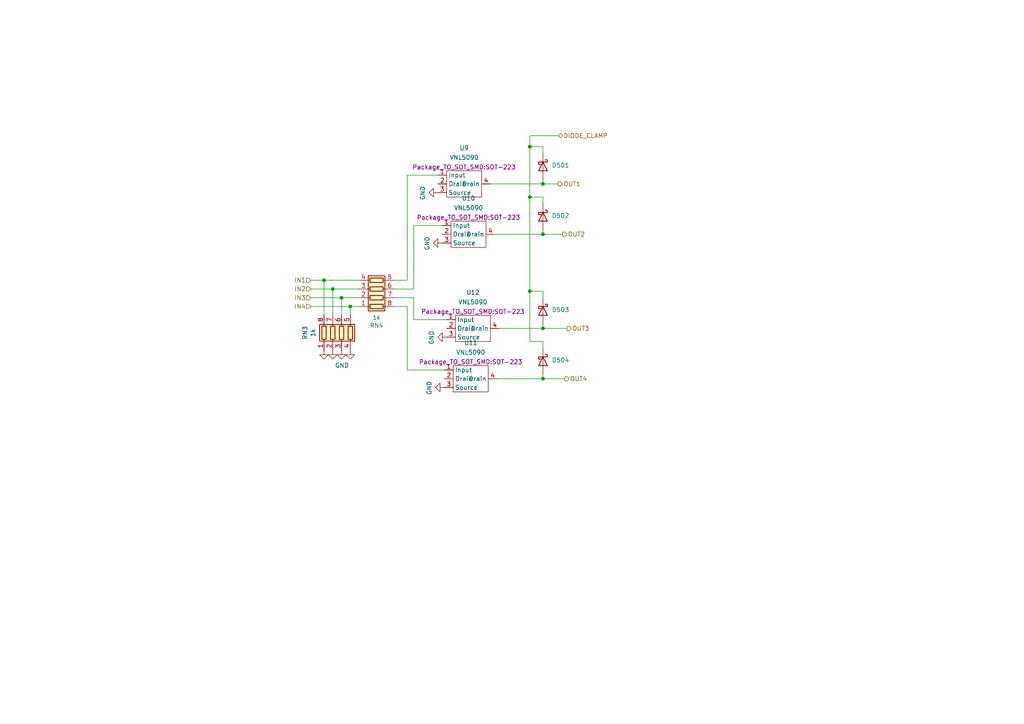
<source format=kicad_sch>
(kicad_sch (version 20230121) (generator eeschema)
  (paper "A4")
  (title_block (title "Polygonus Universal 88p") (date "2023-11-12") (rev "v1.0") (company "FutureProofPerformance.com"))
  (lib_symbols
    (symbol "Device:D_Schottky" (pin_numbers hide) (pin_names (offset 1.016) hide)
      (property "Reference" "D" (at 0 2.54 0))
      (property "Value" "D_Schottky" (at 0 -2.54 0))
      (symbol "D_Schottky_0_1"
        (polyline (pts (xy 1.27 0) (xy -1.27 0)))
        (polyline (pts (xy 1.27 1.27) (xy 1.27 -1.27) (xy -1.27 0) (xy 1.27 1.27)) (stroke (width 0.254)))
        (polyline (pts (xy -1.905 0.635) (xy -1.905 1.27) (xy -1.27 1.27) (xy -1.27 -1.27) (xy -0.635 -1.27) (xy -0.635 -0.635)) (stroke (width 0.254)))
      )
      (symbol "D_Schottky_1_1"
        (pin passive line (at -3.81 0 0) (length 2.54) (name "K") (number "1"))
        (pin passive line (at 3.81 0 180) (length 2.54) (name "A") (number "2"))
      )
    )
    (symbol "Device:R_Pack04" (pin_names (offset 0) hide)
      (property "Reference" "RN" (at -7.62 0 90))
      (property "Value" "R_Pack04" (at 5.08 0 90))
      (symbol "R_Pack04_0_1"
        (rectangle (start -6.35 -2.413) (end 3.81 2.413) (stroke (width 0.254)) (fill (type background)))
        (rectangle (start -5.715 1.905) (end -4.445 -1.905) (stroke (width 0.254)))
        (rectangle (start -3.175 1.905) (end -1.905 -1.905) (stroke (width 0.254)))
        (rectangle (start -0.635 1.905) (end 0.635 -1.905) (stroke (width 0.254)))
        (polyline (pts (xy -5.08 -2.54) (xy -5.08 -1.905)))
        (polyline (pts (xy -5.08 1.905) (xy -5.08 2.54)))
        (polyline (pts (xy -2.54 -2.54) (xy -2.54 -1.905)))
        (polyline (pts (xy -2.54 1.905) (xy -2.54 2.54)))
        (polyline (pts (xy 0 -2.54) (xy 0 -1.905)))
        (polyline (pts (xy 0 1.905) (xy 0 2.54)))
        (polyline (pts (xy 2.54 -2.54) (xy 2.54 -1.905)))
        (polyline (pts (xy 2.54 1.905) (xy 2.54 2.54)))
        (rectangle (start 1.905 1.905) (end 3.175 -1.905) (stroke (width 0.254)))
      )
      (symbol "R_Pack04_1_1"
        (pin passive line (at -5.08 -5.08 90) (length 2.54) (name "R1.1") (number "1"))
        (pin passive line (at -2.54 -5.08 90) (length 2.54) (name "R2.1") (number "2"))
        (pin passive line (at 0 -5.08 90) (length 2.54) (name "R3.1") (number "3"))
        (pin passive line (at 2.54 -5.08 90) (length 2.54) (name "R4.1") (number "4"))
        (pin passive line (at 2.54 5.08 270) (length 2.54) (name "R4.2") (number "5"))
        (pin passive line (at 0 5.08 270) (length 2.54) (name "R3.2") (number "6"))
        (pin passive line (at -2.54 5.08 270) (length 2.54) (name "R2.2") (number "7"))
        (pin passive line (at -5.08 5.08 270) (length 2.54) (name "R1.2") (number "8"))
      )
    )
    (symbol "Simon:VNL5090"
      (property "Reference" "U22" (at 6.1081 0.0001 0))
      (property "Value" "VNL5090" (at 6.1081 -2.5399 0))
      (property "Footprint" "Package_TO_SOT_SMD:SOT-223" (at 6.1081 -5.0799 0))
      (symbol "VNL5090_0_1"
        (rectangle (start -5.08 1.27) (end 5.08 -6.35))
      )
      (symbol "VNL5090_1_1"
        (pin input line (at -7.62 0 0) (length 2.54) (name "Input") (number "1"))
        (pin input line (at -7.62 -2.54 0) (length 2.54) (name "Drain") (number "2"))
        (pin input line (at -7.62 -5.08 0) (length 2.54) (name "Source") (number "3"))
        (pin output line (at 7.62 -2.54 180) (length 2.54) (name "Drain") (number "4"))
      )
    )
    (symbol "power:GND" (power) (pin_names (offset 0))
      (property "Value" "GND" (at 0 -3.81 0))
      (symbol "GND_0_1"
        (polyline (pts (xy 0 0) (xy 0 -1.27) (xy 1.27 -1.27) (xy 0 -2.54) (xy -1.27 -1.27) (xy 0 -1.27)))
      )
      (symbol "GND_1_1"
        (pin power_in line (at 0 0 270) (length 0) hide (name "GND") (number "1"))
      )
    )
  )
  (junction (at 99.06 86.36))
  (junction (at 101.6 88.9))
  (junction (at 157.48 67.945))
  (junction (at 157.48 53.34))
  (junction (at 153.67 42.545))
  (junction (at 93.98 81.28))
  (junction (at 96.52 83.82))
  (junction (at 153.67 57.15))
  (junction (at 157.48 95.25))
  (junction (at 153.67 84.455))
  (junction (at 157.48 109.855))
  (wire (pts (xy 90.17 88.9) (xy 101.6 88.9)))
  (wire (pts (xy 163.195 67.945) (xy 157.48 67.945)))
  (wire (pts (xy 161.925 53.34) (xy 157.48 53.34)))
  (wire (pts (xy 129.54 92.71) (xy 120.015 92.71)))
  (wire (pts (xy 90.17 83.82) (xy 96.52 83.82)))
  (wire (pts (xy 118.11 107.315) (xy 128.905 107.315)))
  (wire (pts (xy 157.48 57.15) (xy 153.67 57.15)))
  (wire (pts (xy 161.925 39.37) (xy 153.67 39.37)))
  (wire (pts (xy 90.17 86.36) (xy 99.06 86.36)))
  (wire (pts (xy 164.465 95.25) (xy 157.48 95.25)))
  (wire (pts (xy 157.48 42.545) (xy 153.67 42.545)))
  (wire (pts (xy 114.3 88.9) (xy 118.11 88.9)))
  (wire (pts (xy 153.67 42.545) (xy 153.67 57.15)))
  (wire (pts (xy 127 50.8) (xy 118.11 50.8)))
  (wire (pts (xy 157.48 59.055) (xy 157.48 57.15)))
  (wire (pts (xy 104.14 86.36) (xy 99.06 86.36)))
  (wire (pts (xy 157.48 52.07) (xy 157.48 53.34)))
  (wire (pts (xy 90.17 81.28) (xy 93.98 81.28)))
  (wire (pts (xy 157.48 108.585) (xy 157.48 109.855)))
  (wire (pts (xy 104.14 81.28) (xy 93.98 81.28)))
  (wire (pts (xy 163.83 109.855) (xy 157.48 109.855)))
  (wire (pts (xy 157.48 66.675) (xy 157.48 67.945)))
  (wire (pts (xy 157.48 100.965) (xy 157.48 99.06)))
  (wire (pts (xy 96.52 83.82) (xy 104.14 83.82)))
  (wire (pts (xy 114.3 83.82) (xy 120.015 83.82)))
  (wire (pts (xy 153.67 39.37) (xy 153.67 42.545)))
  (wire (pts (xy 118.11 50.8) (xy 118.11 81.28)))
  (wire (pts (xy 153.67 84.455) (xy 153.67 99.06)))
  (wire (pts (xy 96.52 91.44) (xy 96.52 83.82)))
  (wire (pts (xy 157.48 93.98) (xy 157.48 95.25)))
  (wire (pts (xy 101.6 91.44) (xy 101.6 88.9)))
  (wire (pts (xy 157.48 44.45) (xy 157.48 42.545)))
  (wire (pts (xy 93.98 81.28) (xy 93.98 91.44)))
  (wire (pts (xy 157.48 109.855) (xy 144.145 109.855)))
  (wire (pts (xy 153.67 57.15) (xy 153.67 84.455)))
  (wire (pts (xy 99.06 86.36) (xy 99.06 91.44)))
  (wire (pts (xy 114.3 86.36) (xy 120.015 86.36)))
  (wire (pts (xy 157.48 67.945) (xy 143.51 67.945)))
  (wire (pts (xy 120.015 86.36) (xy 120.015 92.71)))
  (wire (pts (xy 120.015 65.405) (xy 128.27 65.405)))
  (wire (pts (xy 157.48 99.06) (xy 153.67 99.06)))
  (wire (pts (xy 114.3 81.28) (xy 118.11 81.28)))
  (wire (pts (xy 101.6 88.9) (xy 104.14 88.9)))
  (wire (pts (xy 157.48 86.36) (xy 157.48 84.455)))
  (wire (pts (xy 118.11 88.9) (xy 118.11 107.315)))
  (wire (pts (xy 157.48 53.34) (xy 142.24 53.34)))
  (wire (pts (xy 120.015 65.405) (xy 120.015 83.82)))
  (wire (pts (xy 157.48 95.25) (xy 144.78 95.25)))
  (wire (pts (xy 157.48 84.455) (xy 153.67 84.455)))
  (hierarchical_label "OUT4" (shape output) (at 163.83 109.855 0))
  (hierarchical_label "IN2" (shape input) (at 90.17 83.82 180))
  (hierarchical_label "IN4" (shape input) (at 90.17 88.9 180))
  (hierarchical_label "OUT3" (shape output) (at 164.465 95.25 0))
  (hierarchical_label "IN3" (shape input) (at 90.17 86.36 180))
  (hierarchical_label "IN1" (shape input) (at 90.17 81.28 180))
  (hierarchical_label "DIODE_CLAMP" (shape bidirectional) (at 161.925 39.37 0))
  (hierarchical_label "OUT2" (shape output) (at 163.195 67.945 0))
  (hierarchical_label "OUT1" (shape output) (at 161.925 53.34 0))
  (symbol (lib_id "Simon:VNL5090") (at 135.89 65.405 0) (unit 1)
    (property "Reference" "U10" (at 135.89 57.5203 0))
    (property "Value" "VNL5090" (at 135.89 60.2954 0))
    (property "Footprint" "Package_TO_SOT_SMD:SOT-223" (at 135.89 63.0705 0))
    (property "LCSC" "C2680415" (effects hide))
    (instances (project "Polygonus-Universal-Base" (path "" (reference "U10") (unit 1)) (path "" (reference "U5") (unit 1))))
  )
  (symbol (lib_id "power:GND") (at 127 55.88 270) (unit 1)
    (property "Reference" "#PWR058" (effects hide))
    (property "Value" "GND" (at 122.6058 56.007 0))
    (instances (project "Polygonus-Universal-Base" (path "" (reference "#PWR058") (unit 1)) (path "" (reference "#PWR045") (unit 1))))
  )
  (symbol (lib_id "Simon:VNL5090") (at 137.16 92.71 0) (unit 1)
    (property "Reference" "U12" (at 137.16 84.8253 0))
    (property "Value" "VNL5090" (at 137.16 87.6004 0))
    (property "Footprint" "Package_TO_SOT_SMD:SOT-223" (at 137.16 90.3755 0))
    (property "LCSC" "C2680415" (effects hide))
    (instances (project "Polygonus-Universal-Base" (path "" (reference "U12") (unit 1)) (path "" (reference "U7") (unit 1))))
  )
  (symbol (lib_id "power:GND") (at 93.98 101.6 0) (unit 1)
    (property "Reference" "#PWR054" (effects hide))
    (property "Value" "GND" (effects hide))
    (instances (project "Polygonus-Universal-Base" (path "" (reference "#PWR054") (unit 1)) (path "" (reference "#PWR041") (unit 1))))
  )
  (symbol (lib_id "power:GND") (at 129.54 97.79 270) (unit 1)
    (property "Reference" "#PWR061" (effects hide))
    (property "Value" "GND" (at 125.1458 97.917 0))
    (instances (project "Polygonus-Universal-Base" (path "" (reference "#PWR061") (unit 1)) (path "" (reference "#PWR048") (unit 1))))
  )
  (symbol (lib_id "power:GND") (at 96.52 101.6 0) (unit 1)
    (property "Reference" "#PWR055" (effects hide))
    (property "Value" "GND" (effects hide))
    (instances (project "Polygonus-Universal-Base" (path "" (reference "#PWR055") (unit 1)) (path "" (reference "#PWR042") (unit 1))))
  )
  (symbol (lib_id "Device:D_Schottky") (at 157.48 62.865 270) (unit 1)
    (property "Reference" "D502" (at 160.02 62.5475 90) (effects (justify left)))
    (property "Value" "D_Schottky" (effects hide))
    (property "Footprint" "Diode_SMD:D_SMA" (effects hide))
    (instances (project "Polygonus-Universal-Base" (path "" (reference "D502") (unit 1)) (path "" (reference "D702") (unit 1))))
  )
  (symbol (lib_id "power:GND") (at 101.6 101.6 0) (unit 1)
    (property "Reference" "#PWR057" (effects hide))
    (property "Value" "GND" (effects hide))
    (instances (project "Polygonus-Universal-Base" (path "" (reference "#PWR057") (unit 1)) (path "" (reference "#PWR044") (unit 1))))
  )
  (symbol (lib_id "Device:D_Schottky") (at 157.48 104.775 270) (unit 1)
    (property "Reference" "D504" (at 160.02 104.4575 90) (effects (justify left)))
    (property "Value" "D_Schottky" (effects hide))
    (property "Footprint" "Diode_SMD:D_SMA" (effects hide))
    (instances (project "Polygonus-Universal-Base" (path "" (reference "D504") (unit 1)) (path "" (reference "D704") (unit 1))))
  )
  (symbol (lib_id "Device:D_Schottky") (at 157.48 90.17 270) (unit 1)
    (property "Reference" "D503" (at 160.02 89.8525 90) (effects (justify left)))
    (property "Value" "D_Schottky" (effects hide))
    (property "Footprint" "Diode_SMD:D_SMA" (effects hide))
    (instances (project "Polygonus-Universal-Base" (path "" (reference "D503") (unit 1)) (path "" (reference "D703") (unit 1))))
  )
  (symbol (lib_id "power:GND") (at 128.905 112.395 270) (unit 1)
    (property "Reference" "#PWR060" (effects hide))
    (property "Value" "GND" (at 124.5108 112.522 0))
    (instances (project "Polygonus-Universal-Base" (path "" (reference "#PWR060") (unit 1)) (path "" (reference "#PWR047") (unit 1))))
  )
  (symbol (lib_id "power:GND") (at 99.06 101.6 0) (unit 1)
    (property "Reference" "#PWR056" (effects hide))
    (property "Value" "GND" (at 99.187 105.9942 0))
    (instances (project "Polygonus-Universal-Base" (path "" (reference "#PWR056") (unit 1)) (path "" (reference "#PWR043") (unit 1))))
  )
  (symbol (lib_id "power:GND") (at 128.27 70.485 270) (unit 1)
    (property "Reference" "#PWR059" (effects hide))
    (property "Value" "GND" (at 123.8758 70.612 0))
    (instances (project "Polygonus-Universal-Base" (path "" (reference "#PWR059") (unit 1)) (path "" (reference "#PWR046") (unit 1))))
  )
  (symbol (lib_id "Device:R_Pack04") (at 109.22 83.82 270) (mirror x) (unit 1)
    (property "Reference" "RN4" (at 109.22 94.4118 90))
    (property "Value" "1k" (at 109.22 92.1004 90))
    (property "Footprint" "Resistor_SMD:R_Array_Convex_4x0603" (effects hide))
    (property "LCSC" "C20197" (effects hide))
    (property "LCSC_ext" "0" (effects hide))
    (instances (project "Polygonus-Universal-Base" (path "" (reference "RN4") (unit 1)) (path "" (reference "RN2") (unit 1))))
  )
  (symbol (lib_id "Simon:VNL5090") (at 134.62 50.8 0) (unit 1)
    (property "Reference" "U9" (at 134.62 42.9153 0))
    (property "Value" "VNL5090" (at 134.62 45.6904 0))
    (property "Footprint" "Package_TO_SOT_SMD:SOT-223" (at 134.62 48.4655 0))
    (property "LCSC" "C2680415" (effects hide))
    (instances (project "Polygonus-Universal-Base" (path "" (reference "U9") (unit 1)) (path "" (reference "U4") (unit 1))))
  )
  (symbol (lib_id "Device:D_Schottky") (at 157.48 48.26 270) (unit 1)
    (property "Reference" "D501" (at 160.02 47.9425 90) (effects (justify left)))
    (property "Value" "D_Schottky" (effects hide))
    (property "Footprint" "Diode_SMD:D_SMA" (effects hide))
    (instances (project "Polygonus-Universal-Base" (path "" (reference "D501") (unit 1)) (path "" (reference "D701") (unit 1))))
  )
  (symbol (lib_id "Simon:VNL5090") (at 136.525 107.315 0) (unit 1)
    (property "Reference" "U11" (at 136.525 99.4303 0))
    (property "Value" "VNL5090" (at 136.525 102.2054 0))
    (property "Footprint" "Package_TO_SOT_SMD:SOT-223" (at 136.525 104.9805 0))
    (property "LCSC" "C2680415" (effects hide))
    (instances (project "Polygonus-Universal-Base" (path "" (reference "U11") (unit 1)) (path "" (reference "U6") (unit 1))))
  )
  (symbol (lib_id "Device:R_Pack04") (at 99.06 96.52 0) (unit 1)
    (property "Reference" "RN3" (at 88.4682 96.52 90))
    (property "Value" "1k" (at 90.7796 96.52 90))
    (property "Footprint" "Resistor_SMD:R_Array_Convex_4x0603" (effects hide))
    (property "LCSC" "C20197" (effects hide))
    (property "LCSC_ext" "0" (effects hide))
    (instances (project "Polygonus-Universal-Base" (path "" (reference "RN3") (unit 1)) (path "" (reference "RN1") (unit 1))))
  )
)
</source>
